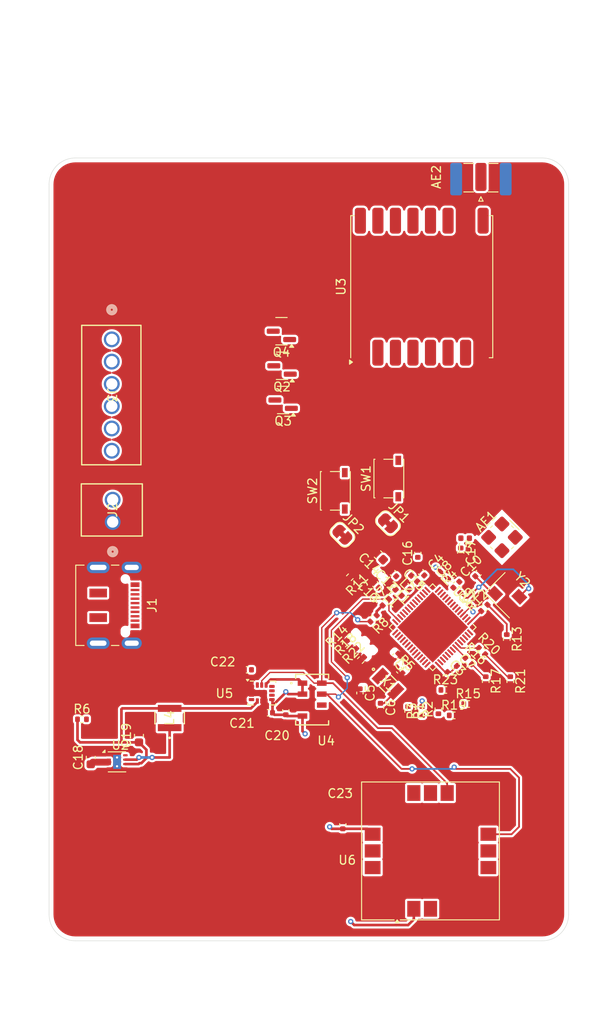
<source format=kicad_pcb>
(kicad_pcb (version 20241229) (generator "pcbnew") (generator_version "9.0")
  (layers (0 "F.Cu" signal) (4 "In1.Cu" power) (6 "In2.Cu" power) (2 "B.Cu" signal) (13 "F.Paste" user) (15 "B.Paste" user) (5 "F.SilkS" user "F.Silkscreen") (7 "B.SilkS" user "B.Silkscreen") (1 "F.Mask" user) (3 "B.Mask" user) (25 "Edge.Cuts" user))
  (net 0 "")
  (net 1 "Net-(AE1-A)")
  (net 2 "GND")
  (net 3 "+3V3")
  (net 4 "Net-(U1-XTAL_N)")
  (net 5 "Net-(U1-VDD_SPI)")
  (net 6 "Net-(U1-XTAL_32K_P)")
  (net 7 "Net-(U1-XTAL_32K_N)")
  (net 8 "Net-(C10-Pad1)")
  (net 9 "/ESP-32 Power Coupler/VDD3P3")
  (net 10 "/LNA Shield/LNA_IN")
  (net 11 "Net-(C17-Pad1)")
  (net 12 "+BATT")
  (net 13 "/USB_D+")
  (net 15 "Net-(J1-CC1)")
  (net 16 "/USB_D-")
  (net 18 "Net-(J1-CC2)")
  (net 19 "/Pyro Channel1/Pyro Pin")
  (net 20 "Net-(JP1-A)")
  (net 21 "Net-(JP1-B)")
  (net 22 "Net-(JP2-B)")
  (net 23 "Net-(JP2-A)")
  (net 24 "Net-(U2-SW)")
  (net 25 "Net-(Q2-G)")
  (net 26 "Net-(U1-XTAL_P)")
  (net 27 "/PowerReg/PG")
  (net 29 "/SDA")
  (net 33 "/SCL")
  (net 35 "/FSPICS0")
  (net 36 "/FSPID")
  (net 43 "Net-(D1-K)")
  (net 46 "/FSPIQ")
  (net 47 "/Interrupt")
  (net 58 "/RADIO_RST")
  (net 60 "/FSPICLK")
  (net 63 "/Sense 1")
  (net 65 "/Sense 2")
  (net 67 "/Sense 3")
  (net 68 "/Pyro GPIO 1")
  (net 69 "/Pyro GPIO 2")
  (net 71 "/Pyro GPIO 3")
  (net 73 "Net-(AE2-A)")
  (net 79 "/GPS_Reset")
  (net 86 "/Pyro Channel2/Pyro Pin")
  (net 87 "/Pyro Channel3/Pyro Pin")
  (net 88 "Net-(Q3-G)")
  (net 89 "Net-(Q4-G)")
  (footprint "NR3015T:IND_TAIYO_NR3015_TAY" (layer "F.Cu") (at 137.75 113.59855 90)
    (property "Reference" "L4")
    (property "Value" "2.2uH")
  )
  (footprint "S3FH4R2:QFN40P700X700X90-57N" (layer "F.Cu") (at 167.75 103.25 -45)
    (property "Reference" "U1")
    (property "Value" "ESP32-S3FH4R2")
  )
  (footprint "Capacitor_SMD:C_0402_1005Metric" (layer "F.Cu") (at 170.85 108 -45)
    (property "Reference" "C7")
    (property "Value" "1uF")
  )
  (footprint "OSTVN06A150:CONN_OSTVN06A150_OST" (layer "F.Cu") (at 131.15 70.43 -90)
    (property "Reference" "J3")
    (property "Value" "Screw_Terminal_01x06")
  )
  (footprint "Resistor_SMD:R_0402_1005Metric" (layer "F.Cu") (at 127.75 113.74625)
    (property "Reference" "R6")
    (property "Value" "100k")
  )
  (footprint "Inductor_SMD:L_0402_1005Metric" (layer "F.Cu") (at 171.45 93.1 180)
    (property "Reference" "L3")
    (property "Value" "2.0nH")
  )
  (footprint "Capacitor_SMD:C_0402_1005Metric" (layer "F.Cu") (at 157.5 125.75 -90)
    (property "Reference" "C23")
    (property "Value" "100nF")
  )
  (footprint "Connector_Coaxial:SMA_Samtec_SMA-J-P-H-ST-EM1_EdgeMount" (layer "F.Cu") (at 173.25 51.9125 90)
    (property "Reference" "AE2")
    (property "Value" "Antenna_Shield")
  )
  (footprint "Resistor_SMD:R_0402_1005Metric" (layer "F.Cu") (at 158.3 97.55 -135)
    (property "Reference" "R11")
    (property "Value" "100k")
  )
  (footprint "Resistor_SMD:R_0402_1005Metric" (layer "F.Cu") (at 159.55 107 45)
    (property "Reference" "R22")
    (property "Value" "33k")
  )
  (footprint "Package_LGA:LGA-14_3x2.5mm_P0.5mm_LayoutBorder3x4y" (layer "F.Cu") (at 148.25 110.75)
    (property "Reference" "U5")
    (property "Value" "LSM6DSO32TR")
  )
  (footprint "Crystal:Crystal_SMD_3225-4Pin_3.2x2.5mm" (layer "F.Cu") (at 176.25 99.6 -45)
    (property "Reference" "Y2")
    (property "Value" "Crystal_GND23")
  )
  (footprint "Resistor_SMD:R_0402_1005Metric" (layer "F.Cu") (at 161 102.25 -135)
    (property "Reference" "R8")
    (property "Value" "10k")
  )
  (footprint "Capacitor_SMD:C_0402_1005Metric" (layer "F.Cu") (at 161.8 112.4 -90)
    (property "Reference" "C6")
    (property "Value" "TBD")
  )
  (footprint "Package_SON:WSON-8-1EP_2x2mm_P0.5mm_EP0.9x1.6mm_ThermalVias" (layer "F.Cu") (at 131.75 118.59855)
    (property "Reference" "U2")
    (property "Value" "TPS62162DSG")
  )
  (footprint "OSTVN02A150:CONN_OSTVN02A150_OST" (layer "F.Cu") (at 131.25 91.25 90)
    (property "Reference" "J2")
    (property "Value" "Screw_Terminal_01x02")
  )
  (footprint "Capacitor_SMD:C_0402_1005Metric" (layer "F.Cu") (at 170.45 98.4 45)
    (property "Reference" "R4")
    (property "Value" "TBD")
  )
  (footprint "Resistor_SMD:R_0402_1005Metric" (layer "F.Cu") (at 162.4 100.4 45)
    (property "Reference" "R7")
    (property "Value" "10k")
  )
  (footprint "Resistor_SMD:R_0402_1005Metric" (layer "F.Cu") (at 173.8 109.4 -90)
    (property "Reference" "R17")
    (property "Value" "10k")
  )
  (footprint "Resistor_SMD:R_0402_1005Metric" (layer "F.Cu") (at 176.2 104.6 -90)
    (property "Reference" "R13")
    (property "Value" "10k")
  )
  (footprint "Button_Switch_SMD:SW_SPST_PTS810" (layer "F.Cu") (at 156.65 87.7 90)
    (property "Reference" "SW2")
    (property "Value" "SW_Push")
  )
  (footprint "Capacitor_SMD:C_0402_1005Metric" (layer "F.Cu") (at 168.95 96.6 45)
    (property "Reference" "C4")
    (property "Value" "10nF")
  )
  (footprint "Capacitor_SMD:C_0402_1005Metric" (layer "F.Cu") (at 146.6 108.1 180)
    (property "Reference" "C22")
    (property "Value" "100nF")
  )
  (footprint "Resistor_SMD:R_0402_1005Metric" (layer "F.Cu") (at 169.2 110.4)
    (property "Reference" "R23")
    (property "Value" "10k")
  )
  (footprint "Package_TO_SOT_SMD:SOT-23" (layer "F.Cu") (at 150.6936 77.3442 180)
    (property "Reference" "Q3")
    (property "Value" "IRLML0030")
  )
  (footprint "Capacitor_SMD:C_0402_1005Metric" (layer "F.Cu") (at 159.45 110.75 -90)
    (property "Reference" "C5")
    (property "Value" "TBD")
  )
  (footprint "Resistor_SMD:R_0402_1005Metric" (layer "F.Cu") (at 164.95 112.8 -90)
    (property "Reference" "R1")
    (property "Value" "5.1k")
  )
  (footprint "Resistor_SMD:R_0402_1005Metric" (layer "F.Cu") (at 170.15 113.3)
    (property "Reference" "R19")
    (property "Value" "10k")
  )
  (footprint "Capacitor_SMD:C_0402_1005Metric" (layer "F.Cu") (at 163.25 97.1 135)
    (property "Reference" "C12")
    (property "Value" "0.1uF")
  )
  (footprint "Package_TO_SOT_SMD:SOT-23" (layer "F.Cu") (at 150.5 69.5 180)
    (property "Reference" "Q4")
    (property "Value" "IRLML0030")
  )
  (footprint "Resistor_SMD:R_0402_1005Metric" (layer "F.Cu") (at 176.6 109.4 -90)
    (property "Reference" "R21")
    (property "Value" "10k")
  )
  (footprint "Capacitor_SMD:C_0402_1005Metric" (layer "F.Cu") (at 163.5 106.6 -135)
    (property "Reference" "C1")
    (property "Value" "0.1uF")
  )
  (footprint "Connector_USB:USB_C_Receptacle_JAE_DX07S016JA1R1500" (layer "F.Cu") (at 130.75 100.75 -90)
    (property "Reference" "J1")
    (property "Value" "USB_C_Receptacle_USB2.0_16P")
  )
  (footprint "Jumper:SolderJumper-2_P1.3mm_Bridged_RoundedPad1.0x1.5mm" (layer "F.Cu") (at 162.65 91.4 -45)
    (property "Reference" "JP1")
    (property "Value" "SolderJumper_2_Bridged")
  )
  (footprint "Inductor_SMD:L_0402_1005Metric" (layer "F.Cu") (at 163.85 99.3 135)
    (property "Reference" "L1")
    (property "Value" "2.0nH")
  )
  (footprint "Capacitor_SMD:C_0402_1005Metric" (layer "F.Cu") (at 172.45 100.5 45)
    (property "Reference" "C9")
    (property "Value" "0.1uF")
  )
  (footprint "RF_GPS:ublox_SAM-M8Q" (layer "F.Cu") (at 167.5 128.75 90)
    (property "Reference" "U6")
    (property "Value" "SAM-M8Q")
  )
  (footprint "Capacitor_SMD:C_0402_1005Metric" (layer "F.Cu") (at 170.95 94.7 -90)
    (property "Reference" "C17")
    (property "Value" "0.1uF")
  )
  (footprint "Resistor_SMD:R_0402_1005Metric" (layer "F.Cu") (at 168.4 112.6 90)
    (property "Reference" "R2")
    (property "Value" "5.1k")
  )
  (footprint "Capacitor_SMD:C_0402_1005Metric" (layer "F.Cu") (at 172.95 97.1 45)
    (property "Reference" "C10")
    (property "Value" "TBD")
  )
  (footprint "Resistor_SMD:R_0402_1005Metric" (layer "F.Cu") (at 171.8 112)
    (property "Reference" "R15")
    (property "Value" "10k")
  )
  (footprint "Button_Switch_SMD:SW_SPST_PTS810" (layer "F.Cu") (at 162.75 86.3 90)
    (property "Reference" "SW1")
    (property "Value" "SW_Push")
  )
  (footprint "Capacitor_SMD:C_0402_1005Metric" (layer "F.Cu") (at 166.05 94.8 90)
    (property "Reference" "C16")
    (property "Value" "0.1uF")
  )
  (footprint "Capacitor_SMD:C_0402_1005Metric" (layer "F.Cu") (at 163.95 108.15 -45)
    (property "Reference" "R5")
    (property "Value" "TBD")
  )
  (footprint "Resistor_SMD:R_0402_1005Metric" (layer "F.Cu") (at 173.3624 105.9716 -45)
    (property "Reference" "R20")
    (property "Value" "470")
  )
  (footprint "MS56:SON8_MS5611_TEC" (layer "F.Cu") (at 154 111.5)
    (property "Reference" "U4")
    (property "Value" "MS560702BA03-50")
  )
  (footprint "Resistor_SMD:R_0402_1005Metric" (layer "F.Cu") (at 171.85 107.1 -45)
    (property "Reference" "R16")
    (property "Value" "470")
  )
  (footprint "Package_TO_SOT_SMD:SOT-23" (layer "F.Cu") (at 150.5666 73.4467 180)
    (property "Reference" "Q2")
    (property "Value" "IRLML0030")
  )
  (footprint "Capacitor_SMD:C_0402_1005Metric" (layer "F.Cu") (at 151 112.75 90)
    (property "Reference" "C20")
    (property "Value" "100nF")
  )
  (footprint "Capacitor_SMD:C_0603_1608Metric" (layer "F.Cu") (at 128.75 118.09855 90)
    (property "Reference" "C18")
    (property "Value" "10uF")
  )
  (footprint "Capacitor_SMD:C_0402_1005Metric" (layer "F.Cu") (at 169.85 97.4 45)
    (property "Reference" "C8")
    (property "Value" "1uF")
  )
  (footprint "Capacitor_SMD:C_0603_1608Metric" (layer "F.Cu") (at 161.55 95 135)
    (property "Reference" "C14")
    (property "Value" "10uF")
  )
  (footprint "Capacitor_SMD:C_0603_1608Metric" (layer "F.Cu") (at 134.25 115.59855 90)
    (property "Reference" "C19")
    (property "Value" "22uF")
  )
  (footprint "Capacitor_SMD:C_0402_1005Metric" (layer "F.Cu") (at 169.75 108.7 -45)
    (property "Reference" "C3")
    (property "Value" "0.1uF")
  )
  (footprint "Capacitor_SMD:C_0402_1005Metric" (layer "F.Cu") (at 171.25 99 -135)
    (property "Reference" "C2")
    (property "Value" "TBD")
  )
  (footprint "Capacitor_SMD:C_0402_1005Metric" (layer "F.Cu") (at 161.25 98.4 135)
    (property "Reference" "C13")
    (property "Value" "1uF")
  )
  (footprint "FC-135:XTAL_FC-135_EPS" (layer "F.Cu") (at 162.65 109.7 -45)
    (property "Reference" "X1")
    (property "Value" "FC-135 32.7680KA-A5")
  )
  (footprint "Jumper:SolderJumper-2_P1.3mm_Bridged_RoundedPad1.0x1.5mm" (layer "F.Cu") (at 157.45 92.7 -45)
    (property "Reference" "JP2")
    (property "Value" "SolderJumper_2_Bridged")
  )
  (footprint "RF_Module:HOPERF_RFM9XW_SMD" (layer "F.Cu") (at 166.5 64.425 90)
    (property "Reference" "U3")
    (property "Value" "RFM95W-868S2")
  )
  (footprint "Resistor_SMD:R_0402_1005Metric" (layer "F.Cu") (at 157.65 105.1 45)
    (property "Reference" "R14")
    (property "Value" "33k")
  )
  (footprint "Capacitor_SMD:C_0402_1005Metric" (layer "F.Cu") (at 149 113 180)
    (property "Reference" "C21")
    (property "Value" "100nF")
  )
  (footprint "Capacitor_SMD:C_0402_1005Metric" (layer "F.Cu") (at 166.45 97 135)
    (property "Reference" "C15")
    (property "Value" "0.1uF")
  )
  (footprint "RF_Antenna:Molex_47948-0001_2.4Ghz" (layer "F.Cu") (at 175.65 93 45)
    (property "Reference" "AE1")
    (property "Value" "Antenna_Shield")
  )
  (footprint "Capacitor_SMD:C_0402_1005Metric" (layer "F.Cu") (at 164.75 98.6 135)
    (property "Reference" "C11")
    (property "Value" "0.1uF")
  )
  (footprint "Resistor_SMD:R_0402_1005Metric" (layer "F.Cu") (at 173.6418 101.044 45)
    (property "Reference" "R12")
    (property "Value" "470")
  )
  (footprint "Resistor_SMD:R_0402_1005Metric" (layer "F.Cu") (at 158.65 106 45)
    (property "Reference" "R18")
    (property "Value" "33k")
  )
  (footprint "Resistor_SMD:R_0402_1005Metric" (layer "F.Cu") (at 166.55 112.8 90)
    (property "Reference" "R3")
    (property "Value" "100k")
  )
  (footprint "Inductor_SMD:L_0402_1005Metric" (layer "F.Cu") (at 165.65 97.7 135)
    (property "Reference" "L2")
    (property "Value" "2.0nH")
  )
  (gr_arc (start 127 139) (mid 124.87868 138.12132) (end 124 136) (stroke (width 0.05)) (layer "Edge.Cuts"))
  (gr_line (start 180.25 49.75) (end 127 49.75) (stroke (width 0.05)) (layer "Edge.Cuts"))
  (gr_line (start 124 52.75) (end 124 136) (stroke (width 0.05)) (layer "Edge.Cuts"))
  (gr_line (start 183.25 136) (end 183.25 52.75) (stroke (width 0.05)) (layer "Edge.Cuts"))
  (gr_arc (start 180.25 49.75) (mid 182.37132 50.62868) (end 183.25 52.75) (stroke (width 0.05)) (layer "Edge.Cuts"))
  (gr_line (start 127 139) (end 180.25 139) (stroke (width 0.05)) (layer "Edge.Cuts"))
  (gr_arc (start 124 52.75) (mid 124.87868 50.62868) (end 127 49.75) (stroke (width 0.05)) (layer "Edge.Cuts"))
  (gr_arc (start 183.25 136) (mid 182.37132 138.12132) (end 180.25 139) (stroke (width 0.05)) (layer "Edge.Cuts"))
  (segment (start 154.796712 113.375) (end 155.1 113.375) (width 0.300387) (layer "F.Cu") (net 2))
  (segment (start 152.755 112.27) (end 152.9 112.125) (width 0.300387) (layer "F.Cu") (net 2))
  (segment (start 171.589411 98.960589) (end 171.589411 98.660589) (width 0.15) (layer "F.Cu") (net 2))
  (segment (start 160.58 125.27) (end 160.9 124.95) (width 0.300387) (layer "F.Cu") (net 2))
  (segment (start 158.8 137.2) (end 158.4 136.8) (width 0.300387) (layer "F.Cu") (net 3))
  (segment (start 160.28 126.23) (end 160.9 126.85) (width 0.300387) (layer "F.Cu") (net 3))
  (segment (start 135.098807 117.222357) (end 134.25 116.37355) (width 0.300387) (layer "F.Cu") (net 3))
  (segment (start 137.75 112.5) (end 147.022832 112.5) (width 0.300387) (layer "F.Cu") (net 3))
  (segment (start 132.34855 112.5) (end 132.25 112.59855) (width 0.300387) (layer "F.Cu") (net 3))
  (segment (start 151 113.23) (end 149.71 113.23) (width 0.300387) (layer "F.Cu") (net 3))
  (segment (start 149.48 111.593694) (end 149.4125 111.526194) (width 0.300387) (layer "F.Cu") (net 3))
  (segment (start 151.145 113.375) (end 151 113.23) (width 0.300387) (layer "F.Cu") (net 3))
  (segment (start 151 110.68) (end 149.48 112.2) (width 0.300387) (layer "F.Cu") (net 3))
  (segment (start 132.701387 118.849937) (end 134.207681 118.849937) (width 0.300387) (layer "F.Cu") (net 3))
  (segment (start 132.7 118.84855) (end 132.701387 118.849937) (width 0.300387) (layer "F.Cu") (net 3))
  (segment (start 132.25 112.59855) (end 132.25 116.37355) (width 0.300387) (layer "F.Cu") (net 3))
  (segment (start 127.525 116.37355) (end 132.25 116.37355) (width 0.300387) (layer "F.Cu") (net 3))
  (segment (start 149.48 112.2) (end 149.48 111.593694) (width 0.300387) (layer "F.Cu") (net 3))
  (segment (start 161.360624 101.889376) (end 161.360624 101.439376) (width 0.300387) (layer "F.Cu") (net 3))
  (segment (start 168.610589 96.910589) (end 168.1 96.4) (width 0.300387) (layer "F.Cu") (net 3))
  (segment (start 163.6 137.2) (end 158.8 137.2) (width 0.300387) (layer "F.Cu") (net 3))
  (segment (start 169.410589 97.739411) (end 168.610589 96.939411) (width 0.300387) (layer "F.Cu") (net 3))
  (segment (start 161.360624 101.439376) (end 162.039376 100.760624) (width 0.300387) (layer "F.Cu") (net 3))
  (segment (start 168.610589 96.939411) (end 168.610589 96.910589) (width 0.300387) (layer "F.Cu") (net 3))
  (segment (start 147.022832 112.5) (end 147.723806 111.799026) (width 0.300387) (layer "F.Cu") (net 3))
  (segment (start 134.519733 118.749743) (end 135.098807 118.170669) (width 0.300387) (layer "F.Cu") (net 3))
  (segment (start 149.48 113) (end 149.48 112.2) (width 0.300387) (layer "F.Cu") (net 3))
  (segment (start 152.9 109.625) (end 152.9 110.875) (width 0.300387) (layer "F.Cu") (net 3))
  (segment (start 149.277168 109.2) (end 148.776194 109.700974) (width 0.300387) (layer "F.Cu") (net 3))
  (segment (start 149.71 113.23) (end 149.48 113) (width 0.300387) (layer "F.Cu") (net 3))
  (segment (start 172.110589 100.839411) (end 172.110589 100.86931) (width 0.15) (layer "F.Cu") (net 3))
  (segment (start 166.55 111.65) (end 166.55 111.55) (width 0.300387) (layer "F.Cu") (net 3))
  (segment (start 157.5 126.23) (end 156.23 126.23) (width 0.300387) (layer "F.Cu") (net 3))
  (segment (start 152.9 110.875) (end 151.275 110.875) (width 0.300387) (layer "F.Cu") (net 3))
  (segment (start 156.23 126.23) (end 156 126) (width 0.300387) (layer "F.Cu") (net 3))
  (segment (start 137.75 112.5) (end 132.34855 112.5) (width 0.300387) (layer "F.Cu") (net 3))
  (segment (start 165.6 136.550387) (end 164.950387 137.2) (width 0.300387) (layer "F.Cu") (net 3))
  (segment (start 152.475 109.2) (end 149.277168 109.2) (width 0.300387) (layer "F.Cu") (net 3))
  (segment (start 157.5 126.23) (end 160.28 126.23) (width 0.300387) (layer "F.Cu") (net 3))
  (segment (start 134.207681 118.849937) (end 134.307875 118.749743) (width 0.300387) (layer "F.Cu") (net 3))
  (segment (start 152.9 113.375) (end 152.9 115.1) (width 0.300387) (layer "F.Cu") (net 3))
  (segment (start 165.6 135.35) (end 165.6 136.550387) (width 0.300387) (layer "F.Cu") (net 3))
  (segment (start 172.110589 100.839411) (end 172.110589 101.260589) (width 0.15) (layer "F.Cu") (net 3))
  (segment (start 151 110.6) (end 151 110.68) (width 0.300387) (layer "F.Cu") (net 3))
  (segment (start 172.110589 101.260589) (end 172.346991 101.496991) (width 0.15) (layer "F.Cu") (net 3))
  (segment (start 134.307875 118.749743) (end 134.519733 118.749743) (width 0.300387) (layer "F.Cu") (net 3))
  (segment (start 132.25 116.37355) (end 134.25 116.37355) (width 0.300387) (layer "F.Cu") (net 3))
  (segment (start 172.110589 100.86931) (end 171.168861 101.811038) (width 0.15) (layer "F.Cu") (net 3))
  (segment (start 164.950387 137.2) (end 163.6 137.2) (width 0.300387) (layer "F.Cu") (net 3))
  (segment (start 152.9 109.625) (end 152.475 109.2) (width 0.300387) (layer "F.Cu") (net 3))
  (segment (start 127.24 113.74625) (end 127.24 116.08855) (width 0.300387) (layer "F.Cu") (net 3))
  (segment (start 152.9 115.1) (end 153.2 115.4) (width 0.300387) (layer "F.Cu") (net 3))
  (segment (start 127.24 116.08855) (end 127.525 116.37355) (width 0.300387) (layer "F.Cu") (net 3))
  (segment (start 166.55 112.29) (end 166.55 111.65) (width 0.300387) (layer "F.Cu") (net 3))
  (segment (start 135.098807 118.170669) (end 135.098807 117.222357) (width 0.300387) (layer "F.Cu") (net 3))
  (segment (start 169.510589 97.739411) (end 169.410589 97.739411) (width 0.300387) (layer "F.Cu") (net 3))
  (segment (start 151.275 110.875) (end 151 110.6) (width 0.300387) (layer "F.Cu") (net 3))
  (segment (start 152.9 113.375) (end 151.145 113.375) (width 0.300387) (layer "F.Cu") (net 3))
  (via (at 172.346991 101.496991) (size 0.6) (drill 0.3) (layers "F.Cu" "B.Cu") (net 3))
  (via (at 166.55 111.65) (size 0.6) (drill 0.3) (layers "F.Cu" "B.Cu") (net 3))
  (via (at 158.4 136.8) (size 0.6) (drill 0.3) (layers "F.Cu" "B.Cu") (net 3))
  (via (at 151 110.6) (size 0.6) (drill 0.3) (layers "F.Cu" "B.Cu") (net 3))
  (via (at 153.2 115.4) (size 0.6) (drill 0.3) (layers "F.Cu" "B.Cu") (net 3))
  (via (at 156 126) (size 0.6) (drill 0.3) (layers "F.Cu" "B.Cu") (net 3))
  (via (at 168.1 96.4) (size 0.6) (drill 0.3) (layers "F.Cu" "B.Cu") (net 3))
  (segment (start 178.555635 98.85) (end 177.628858 99.776777) (width 0.2) (layer "F.Cu") (net 4))
  (segment (start 171.471178 99.9) (end 171.75 99.9) (width 0.2) (layer "F.Cu") (net 4))
  (segment (start 170.910589 99.339411) (end 171.471178 99.9) (width 0.2) (layer "F.Cu") (net 4))
  (segment (start 171.75 99.9) (end 172.961324 98.688676) (width 0.2) (layer "F.Cu") (net 4))
  (segment (start 172.961324 98.688676) (end 173.011324 98.688676) (width 0.2) (layer "F.Cu") (net 4))
  (segment (start 178.7 98.85) (end 178.555635 98.85) (width 0.2) (layer "F.Cu") (net 4))
  (via (at 173.011324 98.688676) (size 0.6) (drill 0.3) (layers "F.Cu" "B.Cu") (net 4))
  (via (at 178.7 98.85) (size 0.6) (drill 0.3) (layers "F.Cu" "B.Cu") (net 4))
  (segment (start 178.7 98.65) (end 178.7 98.85) (width 0.2) (layer "B.Cu") (net 4))
  (segment (start 175.1 96.65) (end 176.95 96.65) (width 0.2) (layer "B.Cu") (net 4))
  (segment (start 173.061324 98.688676) (end 175.05 96.7) (width 0.2) (layer "B.Cu") (net 4))
  (segment (start 173.011324 98.688676) (end 173.061324 98.688676) (width 0.2) (layer "B.Cu") (net 4))
  (segment (start 175.05 96.7) (end 175.1 96.65) (width 0.2) (layer "B.Cu") (net 4))
  (segment (start 178.7 98.4) (end 178.7 98.65) (width 0.2) (layer "B.Cu") (net 4))
  (segment (start 176.95 96.65) (end 178.7 98.4) (width 0.2) (layer "B.Cu") (net 4))
  (segment (start 169.810589 108.360589) (end 170.510589 107.660589) (width 0.2) (layer "F.Cu") (net 5))
  (segment (start 169.410589 108.360589) (end 169.810589 108.360589) (width 0.2) (layer "F.Cu") (net 5))
  (segment (start 169.168077 108.360589) (end 168.332655 107.525167) (width 0.2) (layer "F.Cu") (net 5))
  (segment (start 169.410589 108.360589) (end 169.168077 108.360589) (width 0.2) (layer "F.Cu") (net 5))
  (segment (start 161.8 111.92) (end 162.197766 111.92) (width 0.2) (layer "F.Cu") (net 7))
  (segment (start 162.197766 111.92) (end 163.533883 110.583883) (width 0.2) (layer "F.Cu") (net 7))
  (segment (start 172.610589 97.439411) (end 174.594401 99.423223) (width 0.2) (layer "F.Cu") (net 8))
  (segment (start 174.594401 99.423223) (end 174.871142 99.423223) (width 0.2) (layer "F.Cu") (net 8))
  (segment (start 128.991719 118.631831) (end 130.708281 118.631831) (width 0.781437) (layer "F.Cu") (net 12))
  (segment (start 128.75 118.87355) (end 128.991719 118.631831) (width 0.781437) (layer "F.Cu") (net 12))
  (segment (start 137.75 118.09855) (end 137.75 114.6971) (width 0.300387) (layer "F.Cu") (net 24))
  (segment (start 134 118.34855) (end 134.25 118.09855) (width 0.300387) (layer "F.Cu") (net 24))
  (segment (start 132.7 118.34855) (end 134 118.34855) (width 0.300387) (layer "F.Cu") (net 24))
  (segment (start 135.75 118.09855) (end 137.75 118.09855) (width 0.300387) (layer "F.Cu") (net 24))
  (via (at 135.75 118.09855) (size 0.6) (drill 0.3) (layers "F.Cu" "B.Cu") (net 24))
  (via (at 134.25 118.09855) (size 0.6) (drill 0.3) (layers "F.Cu" "B.Cu") (net 24))
  (segment (start 134.25 118.09855) (end 135.75 118.09855) (width 0.300387) (layer "B.Cu") (net 24))
  (segment (start 176.2 104.09) (end 176.2 102.880952) (width 0.2) (layer "F.Cu") (net 25))
  (segment (start 176.2 102.880952) (end 174.002424 100.683376) (width 0.2) (layer "F.Cu") (net 25))
  (segment (start 177.6 126) (end 177.6 120.4) (width 0.2) (layer "F.Cu") (net 29))
  (segment (start 156.2 107.2) (end 158 109) (width 0.15) (layer "F.Cu") (net 29))
  (segment (start 156.5 111.7) (end 155.675 110.875) (width 0.2) (layer "F.Cu") (net 29))
  (segment (start 157 111.2) (end 156.675 110.875) (width 0.15) (layer "F.Cu") (net 29))
  (segment (start 162.760624 100.039376) (end 159.760624 100.039376) (width 0.15) (layer "F.Cu") (net 29))
  (segment (start 155.675 110.875) (end 155.1 110.875) (width 0.2) (layer "F.Cu") (net 29))
  (segment (start 159.760624 100.039376) (end 156.2 103.6) (width 0.15) (layer "F.Cu") (net 29))
  (segment (start 163.765453 102.376723) (end 162.760624 101.371894) (width 0.15) (layer "F.Cu") (net 29))
  (segment (start 162.760624 101.371894) (end 162.760624 100.039376) (width 0.15) (layer "F.Cu") (net 29))
  (segment (start 174.1 126.85) (end 176.75 126.85) (width 0.2) (layer "F.Cu") (net 29))
  (segment (start 177.6 120.4) (end 176.6 119.4) (width 0.2) (layer "F.Cu") (net 29))
  (segment (start 176.6 119.4) (end 170.4 119.4) (width 0.2) (layer "F.Cu") (net 29))
  (segment (start 156.2 103.6) (end 156.2 107.2) (width 0.15) (layer "F.Cu") (net 29))
  (segment (start 156.675 110.875) (end 155.1 110.875) (width 0.15) (layer "F.Cu") (net 29))
  (segment (start 165.4 119.4) (end 164.2 119.4) (width 0.2) (layer "F.Cu") (net 29))
  (segment (start 170.4 119.4) (end 170.2 119.2) (width 0.2) (layer "F.Cu") (net 29))
  (segment (start 164.2 119.4) (end 156.5 111.7) (width 0.2) (layer "F.Cu") (net 29))
  (segment (start 176.75 126.85) (end 177.6 126) (width 0.2) (layer "F.Cu") (net 29))
  (via (at 165.4 119.4) (size 0.6) (drill 0.3) (layers "F.Cu" "B.Cu") (net 29))
  (via (at 158 109) (size 0.6) (drill 0.3) (layers "F.Cu" "B.Cu") (net 29))
  (via (at 170.2 119.2) (size 0.6) (drill 0.3) (layers "F.Cu" "B.Cu") (net 29))
  (via (at 157 111.2) (size 0.6) (drill 0.3) (layers "F.Cu" "B.Cu") (net 29))
  (segment (start 170 119.4) (end 165.4 119.4) (width 0.2) (layer "B.Cu") (net 29))
  (segment (start 170.2 119.2) (end 170 119.4) (width 0.2) (layer "B.Cu") (net 29))
  (segment (start 158 109) (end 158 110.2) (width 0.15) (layer "B.Cu") (net 29))
  (segment (start 158 110.2) (end 157 111.2) (width 0.15) (layer "B.Cu") (net 29))
  (segment (start 163.418112 102.610624) (end 163.474833 102.667345) (width 0.2) (layer "F.Cu") (net 33))
  (segment (start 155.1 109.625) (end 155.1 103.3) (width 0.15) (layer "F.Cu") (net 33))
  (segment (start 159.2 102.4) (end 159.410624 102.610624) (width 0.15) (layer "F.Cu") (net 33))
  (segment (start 159.410624 102.610624) (end 160.639376 102.610624) (width 0.15) (layer "F.Cu") (net 33))
  (segment (start 161.5 114.75) (end 156.375 109.625) (width 0.2) (layer "F.Cu") (net 33))
  (segment (start 163.1 114.75) (end 161.5 114.75) (width 0.2) (layer "F.Cu") (net 33))
  (segment (start 169.4 122.15) (end 169.4 121.05) (width 0.2) (layer "F.Cu") (net 33))
  (segment (start 169.4 121.05) (end 163.1 114.75) (width 0.2) (layer "F.Cu") (net 33))
  (segment (start 148.25 109.35) (end 149.2 108.4) (width 0.15) (layer "F.Cu") (net 33))
  (segment (start 148.25 109.8375) (end 148.25 109.35) (width 0.15) (layer "F.Cu") (net 33))
  (segment (start 149.2 108.4) (end 153 108.4) (width 0.15) (layer "F.Cu") (net 33))
  (segment (start 154.225 109.625) (end 155.1 109.625) (width 0.15) (layer "F.Cu") (net 33))
  (segment (start 155.1 103.3) (end 156.8 101.6) (width 0.15) (layer "F.Cu") (net 33))
  (segment (start 156.375 109.625) (end 155.1 109.625) (width 0.2) (layer "F.Cu") (net 33))
  (segment (start 153 108.4) (end 154.225 109.625) (width 0.15) (layer "F.Cu") (net 33))
  (via (at 156.8 101.6) (size 0.6) (drill 0.3) (layers "F.Cu" "B.Cu") (net 33))
  (via (at 159.2 102.4) (size 0.6) (drill 0.3) (layers "F.Cu" "B.Cu") (net 33))
  (segment (start 156.8 101.6) (end 158.4 101.6) (width 0.15) (layer "B.Cu") (net 33))
  (segment (start 158.4 101.6) (end 159.2 102.4) (width 0.15) (layer "B.Cu") (net 33))
  (segment (start 165.725555 106.103176) (end 165.425788 106.402943) (width 0.15) (layer "F.Cu") (net 65))
  (segment (start 165.745352 106.103176) (end 165.725555 106.103176) (width 0.15) (layer "F.Cu") (net 65))
  (segment (start 168.69 110.4) (end 168.69 110.39) (width 0.2) (layer "F.Cu") (net 67))
  (segment (start 165.660271 106.753943) (end 166.028195 106.386019) (width 0.15) (layer "F.Cu") (net 67))
  (segment (start 173.281176 101.404624) (end 173.281176 101.411336) (width 0.2) (layer "F.Cu") (net 68))
  (segment (start 173.281176 101.411336) (end 172.025167 102.667345) (width 0.2) (layer "F.Cu") (net 68))
  (segment (start 170.320333 105.53749) (end 171.489376 106.706533) (width 0.15) (layer "F.Cu") (net 69))
  (segment (start 171.489376 106.706533) (end 171.489376 106.739376) (width 0.15) (layer "F.Cu") (net 69))
  (segment (start 172.99018 105.622572) (end 173.001776 105.610976) (width 0.15) (layer "F.Cu") (net 71))
  (segment (start 170.9711 105.622572) (end 172.99018 105.622572) (width 0.15) (layer "F.Cu") (net 71))
  (segment (start 170.603176 105.254648) (end 170.9711 105.622572) (width 0.15) (layer "F.Cu") (net 71))
  (segment (start 172.210624 107.460624) (end 173.64 108.89) (width 0.15) (layer "F.Cu") (net 88))
  (segment (start 173.64 108.89) (end 173.8 108.89) (width 0.15) (layer "F.Cu") (net 88))
  (segment (start 173.723024 106.332224) (end 176.2808 108.89) (width 0.15) (layer "F.Cu") (net 89))
  (segment (start 176.2808 108.89) (end 176.6 108.89) (width 0.15) (layer "F.Cu") (net 89))
  (zone (net 2) (net_name "GND") (layer "F.Cu") (name "GND") (priority 1) (connect_pads yes (clearance 0.25)) (min_thickness 0.25) (fill yes (thermal_gap 0.5) (thermal_bridge_width 0.5))
    (polygon (pts (xy 120.205049 148.35552) (xy 188.205049 148.35552) (xy 187.601228 31.741608) (xy 118.401228 32.341608)))
  )
)
</source>
